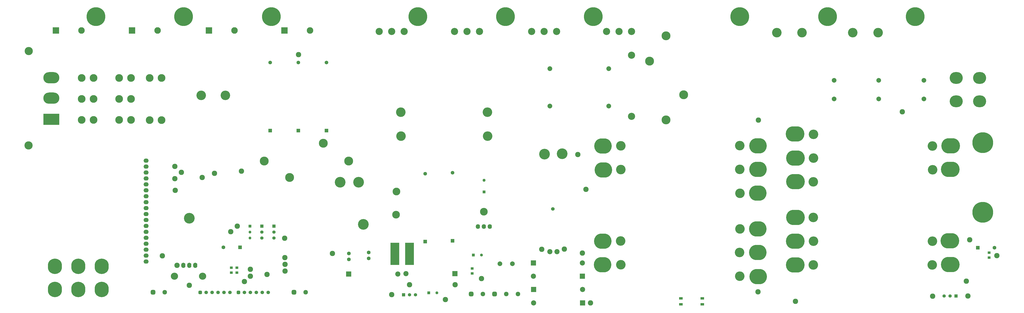
<source format=gbr>
%TF.GenerationSoftware,Altium Limited,Altium Designer,21.6.4 (81)*%
G04 Layer_Color=255*
%FSLAX43Y43*%
%MOMM*%
%TF.SameCoordinates,9BCA014A-4D13-4940-A32C-4131998200A9*%
%TF.FilePolarity,Positive*%
%TF.FileFunction,Pads,Top*%
%TF.Part,Single*%
G01*
G75*
%TA.AperFunction,SMDPad,CuDef*%
%ADD10R,3.750X9.500*%
%ADD11R,1.200X1.100*%
%ADD12R,1.600X1.000*%
%TA.AperFunction,ComponentPad*%
%ADD21C,1.550*%
%ADD22R,1.550X1.550*%
%ADD23C,3.302*%
%ADD24C,4.572*%
%ADD25O,1.778X2.032*%
%ADD26C,1.524*%
%ADD27C,2.200*%
%ADD28O,6.858X4.826*%
%ADD29R,6.858X4.826*%
%ADD30C,3.500*%
%ADD31R,2.200X2.200*%
%ADD32O,1.778X2.286*%
%ADD33O,3.100X3.000*%
%ADD34C,3.810*%
%ADD35C,2.286*%
%ADD36C,1.950*%
G04:AMPARAMS|DCode=37|XSize=1.95mm|YSize=1.95mm|CornerRadius=0.488mm|HoleSize=0mm|Usage=FLASHONLY|Rotation=0.000|XOffset=0mm|YOffset=0mm|HoleType=Round|Shape=RoundedRectangle|*
%AMROUNDEDRECTD37*
21,1,1.950,0.975,0,0,0.0*
21,1,0.975,1.950,0,0,0.0*
1,1,0.975,0.488,-0.488*
1,1,0.975,-0.488,-0.488*
1,1,0.975,-0.488,0.488*
1,1,0.975,0.488,0.488*
%
%ADD37ROUNDEDRECTD37*%
%ADD38R,1.600X1.600*%
%ADD39C,1.600*%
%ADD40R,1.400X1.400*%
%ADD41C,1.400*%
%ADD42R,1.250X1.250*%
%ADD43C,1.250*%
%ADD44C,2.032*%
%ADD45C,2.000*%
%ADD46C,3.048*%
%ADD47R,1.200X1.200*%
%ADD48C,1.200*%
%ADD49R,1.400X1.400*%
%ADD50O,7.500X6.500*%
%ADD51C,4.064*%
%ADD52O,8.000X6.500*%
%ADD53O,5.588X5.080*%
%ADD54C,8.000*%
%ADD55O,6.000X6.600*%
%ADD56C,8.890*%
%ADD57O,2.159X1.778*%
%ADD58C,1.500*%
G04:AMPARAMS|DCode=59|XSize=1.5mm|YSize=1.5mm|CornerRadius=0.375mm|HoleSize=0mm|Usage=FLASHONLY|Rotation=180.000|XOffset=0mm|YOffset=0mm|HoleType=Round|Shape=RoundedRectangle|*
%AMROUNDEDRECTD59*
21,1,1.500,0.750,0,0,180.0*
21,1,0.750,1.500,0,0,180.0*
1,1,0.750,-0.375,0.375*
1,1,0.750,0.375,0.375*
1,1,0.750,0.375,-0.375*
1,1,0.750,-0.375,-0.375*
%
%ADD59ROUNDEDRECTD59*%
%ADD60C,2.800*%
%ADD61R,2.800X2.800*%
%ADD62R,1.300X1.300*%
%ADD63C,1.300*%
D10*
X171475Y24725D02*
D03*
X165225D02*
D03*
D11*
X95333Y16674D02*
D03*
Y18774D02*
D03*
X419069Y23119D02*
D03*
Y25219D02*
D03*
X198275Y18400D02*
D03*
Y16300D02*
D03*
X97746Y16648D02*
D03*
Y18748D02*
D03*
D12*
X287425Y3130D02*
D03*
X296575Y5670D02*
D03*
X287425D02*
D03*
X296575Y3130D02*
D03*
D21*
X189850Y59430D02*
D03*
X112000Y106555D02*
D03*
X124000D02*
D03*
X136000D02*
D03*
X178175Y59030D02*
D03*
D22*
X189850Y30320D02*
D03*
X112000Y77445D02*
D03*
X124000D02*
D03*
X136000D02*
D03*
X178175Y29920D02*
D03*
D23*
X165889Y51391D02*
D03*
X165762Y41485D02*
D03*
X203217Y42777D02*
D03*
X65540Y81925D02*
D03*
X60460D02*
D03*
Y99950D02*
D03*
X65540D02*
D03*
X52540Y82000D02*
D03*
X47460D02*
D03*
Y100000D02*
D03*
X52540D02*
D03*
Y91000D02*
D03*
X47460D02*
D03*
X36540D02*
D03*
X31460D02*
D03*
X36540Y100000D02*
D03*
X31460D02*
D03*
X36540Y82000D02*
D03*
X31460D02*
D03*
D24*
X141886Y55328D02*
D03*
X149760D02*
D03*
X151792Y37294D02*
D03*
X229139Y67408D02*
D03*
X236632Y67535D02*
D03*
X77450Y39975D02*
D03*
D25*
X200677Y36427D02*
D03*
X203217D02*
D03*
X205757D02*
D03*
D26*
X232695Y43913D02*
D03*
D27*
X231425Y25625D02*
D03*
X234473D02*
D03*
X169955Y16200D02*
D03*
X166445Y16050D02*
D03*
X245340Y20800D02*
D03*
X224400Y15100D02*
D03*
X245395Y9425D02*
D03*
X224450Y3725D02*
D03*
D28*
X18502Y100090D02*
D03*
Y91327D02*
D03*
D29*
Y82310D02*
D03*
D30*
X8850Y111520D02*
D03*
X8723Y71134D02*
D03*
D31*
X190895Y16200D02*
D03*
X145505Y16050D02*
D03*
X224400Y20800D02*
D03*
X245340Y15100D02*
D03*
X224455Y9425D02*
D03*
X245390Y3725D02*
D03*
D32*
X74910Y19782D02*
D03*
X77450D02*
D03*
X79990D02*
D03*
D33*
X83100Y15100D02*
D03*
X71100D02*
D03*
D34*
X145450Y64425D02*
D03*
X109450D02*
D03*
X120250Y57425D02*
D03*
X134650Y72025D02*
D03*
X288600Y92800D02*
D03*
X274000Y107200D02*
D03*
X281000Y118000D02*
D03*
Y82000D02*
D03*
D35*
X248800Y3725D02*
D03*
X95100Y34200D02*
D03*
X103475Y15100D02*
D03*
X422375Y23925D02*
D03*
X410750Y30725D02*
D03*
X409300Y13000D02*
D03*
X409950Y6700D02*
D03*
X190925Y11525D02*
D03*
X171475D02*
D03*
X163850Y7225D02*
D03*
X186825Y5125D02*
D03*
X202200Y14150D02*
D03*
X381925Y85475D02*
D03*
X394875Y6600D02*
D03*
X245300Y25075D02*
D03*
X97925Y36550D02*
D03*
X118175Y31425D02*
D03*
X124075Y109925D02*
D03*
X65900Y23850D02*
D03*
X138575Y24875D02*
D03*
X100975Y12850D02*
D03*
X71225Y56918D02*
D03*
X71250Y62125D02*
D03*
X71428Y51889D02*
D03*
X88200Y59150D02*
D03*
X74069Y59585D02*
D03*
X82925Y57350D02*
D03*
X99725Y60075D02*
D03*
X118254Y23084D02*
D03*
X103500Y18075D02*
D03*
X118280Y17318D02*
D03*
X118275Y20250D02*
D03*
X110575Y15925D02*
D03*
X227994Y26612D02*
D03*
X237625Y26750D02*
D03*
X246800Y52325D02*
D03*
X243350Y67250D02*
D03*
X320325Y8425D02*
D03*
X77375Y11225D02*
D03*
X72150Y19825D02*
D03*
X320500Y81975D02*
D03*
X336325Y4375D02*
D03*
D36*
X66935Y8275D02*
D03*
X202800Y7525D02*
D03*
X217800Y7500D02*
D03*
X212800D02*
D03*
X127125Y8250D02*
D03*
D37*
X61935Y8275D02*
D03*
X197800Y7525D02*
D03*
X207800Y7500D02*
D03*
X122125Y8250D02*
D03*
D38*
X414225Y27300D02*
D03*
X99050Y27475D02*
D03*
D39*
X421325Y27300D02*
D03*
X145575Y22305D02*
D03*
Y24845D02*
D03*
X154000Y22730D02*
D03*
Y25270D02*
D03*
X91950Y27475D02*
D03*
D40*
X404925Y6650D02*
D03*
X168900Y7200D02*
D03*
D41*
X402385Y6650D02*
D03*
X399845D02*
D03*
X108439Y31460D02*
D03*
Y34000D02*
D03*
X113550Y31460D02*
D03*
Y34000D02*
D03*
X171440Y7200D02*
D03*
X173980D02*
D03*
D42*
X179675Y8025D02*
D03*
X198725Y24175D02*
D03*
D43*
X183175Y8025D02*
D03*
X202225Y24175D02*
D03*
D44*
X231427Y87975D02*
D03*
X256573D02*
D03*
X231427Y103975D02*
D03*
X256573D02*
D03*
D45*
X352825Y99000D02*
D03*
Y91000D02*
D03*
X391150D02*
D03*
Y99000D02*
D03*
X371850Y91000D02*
D03*
Y99000D02*
D03*
X215417Y20500D02*
D03*
X210083D02*
D03*
D46*
X190666Y119865D02*
D03*
X196000D02*
D03*
X201334D02*
D03*
X158511D02*
D03*
X163845D02*
D03*
X169179D02*
D03*
X223666D02*
D03*
X229000D02*
D03*
X234334D02*
D03*
X255666D02*
D03*
X261000D02*
D03*
X266334D02*
D03*
X266310Y109692D02*
D03*
Y83530D02*
D03*
D47*
X103345Y36540D02*
D03*
D48*
Y34000D02*
D03*
Y31460D02*
D03*
D49*
X108439Y36540D02*
D03*
X113550D02*
D03*
D50*
X320258Y35355D02*
D03*
Y25271D02*
D03*
X320385Y14959D02*
D03*
X254091Y70839D02*
D03*
X254243Y60628D02*
D03*
X254066Y30123D02*
D03*
X253964Y20039D02*
D03*
X320233Y50671D02*
D03*
X320309Y60857D02*
D03*
Y70941D02*
D03*
D51*
X312587Y50646D02*
D03*
Y35381D02*
D03*
X261711Y20090D02*
D03*
X261660Y30250D02*
D03*
X261711Y60806D02*
D03*
X261762Y70966D02*
D03*
X312536Y15137D02*
D03*
X312486Y25271D02*
D03*
X312511Y60831D02*
D03*
X312562Y71017D02*
D03*
X343958Y40300D02*
D03*
Y55565D02*
D03*
X394835Y70856D02*
D03*
X394885Y60696D02*
D03*
X394835Y30140D02*
D03*
X394784Y19980D02*
D03*
X344009Y75809D02*
D03*
X344060Y65675D02*
D03*
X344035Y30115D02*
D03*
X343984Y19929D02*
D03*
X371629Y119325D02*
D03*
X360834D02*
D03*
X339129Y119333D02*
D03*
X328334D02*
D03*
X82507Y92555D02*
D03*
X92794D02*
D03*
X167873Y75047D02*
D03*
X167746Y85334D02*
D03*
X204746D02*
D03*
X204873Y75047D02*
D03*
D52*
X402582Y70907D02*
D03*
X402480Y60823D02*
D03*
X402302Y30318D02*
D03*
X402455Y20107D02*
D03*
X336161Y75987D02*
D03*
X336288Y65675D02*
D03*
Y55591D02*
D03*
X336313Y40275D02*
D03*
X336237Y30089D02*
D03*
Y20005D02*
D03*
D53*
X415000Y90000D02*
D03*
Y100000D02*
D03*
X405000D02*
D03*
Y90000D02*
D03*
D54*
X75000Y126200D02*
D03*
X112500D02*
D03*
X37500D02*
D03*
X212500D02*
D03*
X250000D02*
D03*
X175000D02*
D03*
X350000D02*
D03*
X387500D02*
D03*
X312500D02*
D03*
D55*
X40000Y9460D02*
D03*
Y19366D02*
D03*
X20000Y9460D02*
D03*
Y19366D02*
D03*
X30000Y9460D02*
D03*
Y19366D02*
D03*
D56*
X416300Y42450D02*
D03*
Y72295D02*
D03*
D57*
X58978Y23965D02*
D03*
Y26505D02*
D03*
Y29045D02*
D03*
Y31585D02*
D03*
Y21425D02*
D03*
Y34125D02*
D03*
Y36665D02*
D03*
Y39205D02*
D03*
Y41745D02*
D03*
Y44285D02*
D03*
Y46825D02*
D03*
Y49365D02*
D03*
Y51905D02*
D03*
Y54445D02*
D03*
Y59525D02*
D03*
Y62065D02*
D03*
Y56985D02*
D03*
Y64605D02*
D03*
D58*
X89658Y8200D02*
D03*
X84578D02*
D03*
X87118D02*
D03*
X92198D02*
D03*
X94738D02*
D03*
X106041D02*
D03*
X100961D02*
D03*
X103501D02*
D03*
X108581D02*
D03*
X111121D02*
D03*
D59*
X82038D02*
D03*
X98421D02*
D03*
D60*
X63880Y120272D02*
D03*
X96710D02*
D03*
X128954D02*
D03*
X31392D02*
D03*
D61*
X52960D02*
D03*
X85790D02*
D03*
X118034D02*
D03*
X20472D02*
D03*
D62*
X203325Y51225D02*
D03*
D63*
Y56225D02*
D03*
%TF.MD5,2b0c3077c1ca9f649cccba932e40cb5e*%
M02*

</source>
